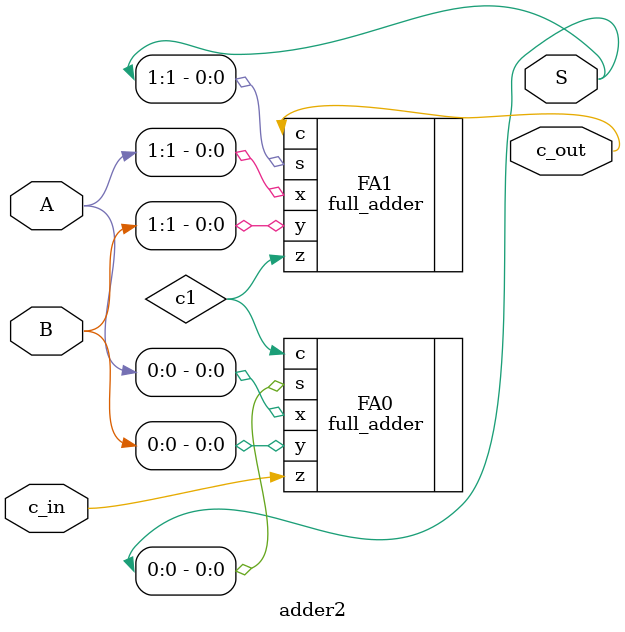
<source format=sv>
module adder2(input [1:0] A,B, input c_in, output [1:0] S, output c_out);
	logic c1;
	full_adder FA0(.x(A[0]),.y(B[0]),.z(c_in),.s(S[0]),.c(c1));
	full_adder FA1(.x(A[1]),.y(B[1]),.z(c1),.s(S[1]),.c(c_out));
endmodule
</source>
